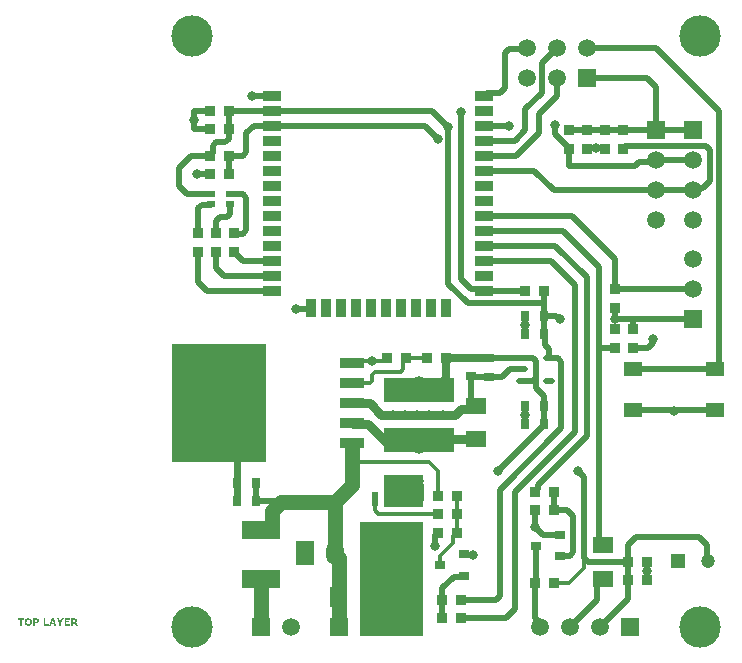
<source format=gtl>
G04*
G04 #@! TF.GenerationSoftware,Altium Limited,Altium Designer,21.6.4 (81)*
G04*
G04 Layer_Physical_Order=1*
G04 Layer_Color=255*
%FSLAX25Y25*%
%MOIN*%
G70*
G04*
G04 #@! TF.SameCoordinates,7C905695-A8D0-471C-AD1A-FFB52B7834A9*
G04*
G04*
G04 #@! TF.FilePolarity,Positive*
G04*
G01*
G75*
%ADD17R,0.03543X0.03799*%
%ADD18R,0.06102X0.05118*%
%ADD19R,0.03150X0.02165*%
%ADD20R,0.03799X0.03543*%
%ADD21R,0.02756X0.03543*%
%ADD22R,0.03937X0.01968*%
%ADD23O,0.03937X0.01968*%
%ADD24R,0.03543X0.02756*%
%ADD25R,0.05276X0.07087*%
%ADD26R,0.12598X0.05906*%
%ADD27R,0.07087X0.05276*%
%ADD28R,0.03543X0.03150*%
%ADD29R,0.05906X0.03543*%
%ADD30R,0.03543X0.05906*%
%ADD31R,0.17362X0.16142*%
%ADD32R,0.02362X0.05118*%
%ADD33R,0.23622X0.07874*%
%ADD34R,0.07874X0.03543*%
%ADD35R,0.31496X0.39370*%
%ADD64C,0.01968*%
%ADD65C,0.01181*%
%ADD66C,0.05118*%
%ADD67C,0.02756*%
%ADD68C,0.03150*%
%ADD69C,0.02362*%
%ADD70C,0.03937*%
%ADD71C,0.13780*%
%ADD72R,0.05906X0.05906*%
%ADD73C,0.05906*%
%ADD74C,0.04724*%
%ADD75R,0.04724X0.04724*%
%ADD76C,0.06000*%
%ADD77R,0.05906X0.05906*%
%ADD78R,0.05906X0.07874*%
%ADD79O,0.05906X0.07874*%
%ADD80C,0.03150*%
%ADD81C,0.03937*%
G36*
X-7500Y-97500D02*
X-28500D01*
Y-59500D01*
X-7500D01*
Y-97500D01*
D02*
G37*
G36*
Y-54500D02*
X-20500D01*
Y-44000D01*
X-7500D01*
Y-54500D01*
D02*
G37*
G36*
X-128312Y-93243D02*
Y-94152D01*
X-128918D01*
Y-93270D01*
X-129800Y-91798D01*
X-129112D01*
X-128601Y-92708D01*
X-128110Y-91798D01*
X-127444D01*
X-128312Y-93243D01*
D02*
G37*
G36*
X-123783Y-91801D02*
X-123725Y-91804D01*
X-123665Y-91809D01*
X-123603Y-91815D01*
X-123545Y-91823D01*
X-123540D01*
X-123532Y-91826D01*
X-123521Y-91828D01*
X-123491Y-91834D01*
X-123452Y-91845D01*
X-123412Y-91859D01*
X-123362Y-91878D01*
X-123313Y-91899D01*
X-123264Y-91927D01*
X-123261D01*
X-123259Y-91930D01*
X-123242Y-91940D01*
X-123218Y-91960D01*
X-123188Y-91981D01*
X-123155Y-92011D01*
X-123119Y-92047D01*
X-123087Y-92088D01*
X-123054Y-92132D01*
Y-92134D01*
X-123051Y-92137D01*
X-123046Y-92145D01*
X-123040Y-92153D01*
X-123029Y-92181D01*
X-123013Y-92219D01*
X-122999Y-92263D01*
X-122986Y-92317D01*
X-122977Y-92377D01*
X-122975Y-92445D01*
Y-92448D01*
Y-92456D01*
Y-92470D01*
X-122977Y-92489D01*
Y-92511D01*
X-122980Y-92538D01*
X-122986Y-92566D01*
X-122991Y-92596D01*
X-123005Y-92664D01*
X-123027Y-92735D01*
X-123057Y-92806D01*
X-123076Y-92839D01*
X-123098Y-92871D01*
Y-92874D01*
X-123103Y-92879D01*
X-123111Y-92888D01*
X-123119Y-92899D01*
X-123147Y-92929D01*
X-123185Y-92967D01*
X-123234Y-93010D01*
X-123294Y-93054D01*
X-123362Y-93101D01*
X-123442Y-93144D01*
X-122655Y-94152D01*
X-123398D01*
X-124037Y-93289D01*
X-124315D01*
Y-94152D01*
X-124921D01*
Y-91798D01*
X-123832D01*
X-123783Y-91801D01*
D02*
G37*
G36*
X-125429Y-92254D02*
X-126524D01*
Y-92658D01*
X-125508D01*
Y-93114D01*
X-126524D01*
Y-93696D01*
X-125429D01*
Y-94152D01*
X-127130D01*
Y-91798D01*
X-125429D01*
Y-92254D01*
D02*
G37*
G36*
X-129852Y-94152D02*
X-130480D01*
X-130643Y-93677D01*
X-131511D01*
X-131675Y-94152D01*
X-132287D01*
X-131419Y-91798D01*
X-130722D01*
X-129852Y-94152D01*
D02*
G37*
G36*
X-133480Y-93696D02*
X-132391D01*
Y-94152D01*
X-134086D01*
Y-91798D01*
X-133480D01*
Y-93696D01*
D02*
G37*
G36*
X-136486Y-91801D02*
X-136434Y-91804D01*
X-136374Y-91809D01*
X-136311Y-91815D01*
X-136248Y-91826D01*
X-136188Y-91839D01*
X-136185D01*
X-136180Y-91842D01*
X-136172D01*
X-136161Y-91848D01*
X-136133Y-91856D01*
X-136095Y-91867D01*
X-136054Y-91883D01*
X-136008Y-91905D01*
X-135961Y-91927D01*
X-135915Y-91954D01*
X-135912D01*
X-135909Y-91960D01*
X-135890Y-91970D01*
X-135866Y-91992D01*
X-135833Y-92020D01*
X-135800Y-92052D01*
X-135762Y-92093D01*
X-135727Y-92142D01*
X-135697Y-92194D01*
Y-92197D01*
X-135694Y-92200D01*
X-135688Y-92208D01*
X-135686Y-92219D01*
X-135678Y-92235D01*
X-135672Y-92252D01*
X-135658Y-92293D01*
X-135645Y-92342D01*
X-135631Y-92402D01*
X-135623Y-92467D01*
X-135620Y-92541D01*
Y-92544D01*
Y-92549D01*
Y-92557D01*
Y-92568D01*
X-135623Y-92582D01*
Y-92598D01*
X-135628Y-92639D01*
X-135634Y-92686D01*
X-135645Y-92740D01*
X-135658Y-92795D01*
X-135678Y-92852D01*
Y-92855D01*
X-135680Y-92858D01*
X-135683Y-92866D01*
X-135688Y-92877D01*
X-135699Y-92904D01*
X-135718Y-92940D01*
X-135740Y-92980D01*
X-135768Y-93022D01*
X-135800Y-93062D01*
X-135836Y-93103D01*
X-135839Y-93106D01*
X-135841Y-93109D01*
X-135849Y-93117D01*
X-135860Y-93125D01*
X-135888Y-93150D01*
X-135926Y-93182D01*
X-135972Y-93215D01*
X-136027Y-93251D01*
X-136087Y-93283D01*
X-136150Y-93314D01*
X-136153D01*
X-136158Y-93316D01*
X-136166Y-93319D01*
X-136180Y-93325D01*
X-136196Y-93330D01*
X-136218Y-93335D01*
X-136243Y-93344D01*
X-136267Y-93349D01*
X-136297Y-93354D01*
X-136330Y-93363D01*
X-136365Y-93368D01*
X-136404Y-93374D01*
X-136488Y-93382D01*
X-136581Y-93385D01*
X-136958D01*
Y-94152D01*
X-137564D01*
Y-91798D01*
X-136507D01*
X-136486Y-91801D01*
D02*
G37*
G36*
X-140679Y-92254D02*
X-141413D01*
Y-94152D01*
X-142019D01*
Y-92254D01*
X-142754D01*
Y-91798D01*
X-140679D01*
Y-92254D01*
D02*
G37*
G36*
X-139186Y-91752D02*
X-139147Y-91755D01*
X-139098Y-91760D01*
X-139044Y-91766D01*
X-138984Y-91777D01*
X-138918Y-91790D01*
X-138847Y-91809D01*
X-138776Y-91831D01*
X-138702Y-91856D01*
X-138629Y-91888D01*
X-138555Y-91927D01*
X-138484Y-91970D01*
X-138416Y-92022D01*
X-138353Y-92080D01*
X-138350Y-92082D01*
X-138339Y-92096D01*
X-138323Y-92115D01*
X-138301Y-92140D01*
X-138276Y-92172D01*
X-138249Y-92213D01*
X-138222Y-92263D01*
X-138189Y-92314D01*
X-138159Y-92377D01*
X-138132Y-92443D01*
X-138104Y-92516D01*
X-138080Y-92598D01*
X-138058Y-92683D01*
X-138042Y-92776D01*
X-138031Y-92874D01*
X-138028Y-92978D01*
Y-92980D01*
Y-92983D01*
Y-92991D01*
Y-93002D01*
X-138031Y-93032D01*
X-138033Y-93071D01*
X-138039Y-93117D01*
X-138044Y-93174D01*
X-138055Y-93234D01*
X-138069Y-93300D01*
X-138085Y-93371D01*
X-138107Y-93442D01*
X-138132Y-93518D01*
X-138164Y-93592D01*
X-138200Y-93666D01*
X-138244Y-93737D01*
X-138293Y-93805D01*
X-138350Y-93871D01*
X-138353Y-93873D01*
X-138364Y-93884D01*
X-138383Y-93901D01*
X-138410Y-93922D01*
X-138443Y-93947D01*
X-138481Y-93974D01*
X-138528Y-94004D01*
X-138582Y-94034D01*
X-138642Y-94067D01*
X-138708Y-94097D01*
X-138781Y-94124D01*
X-138861Y-94149D01*
X-138948Y-94171D01*
X-139038Y-94187D01*
X-139136Y-94198D01*
X-139240Y-94201D01*
X-139278D01*
X-139295Y-94198D01*
X-139333Y-94195D01*
X-139382Y-94190D01*
X-139437Y-94184D01*
X-139497Y-94174D01*
X-139565Y-94160D01*
X-139633Y-94141D01*
X-139707Y-94119D01*
X-139781Y-94094D01*
X-139854Y-94062D01*
X-139928Y-94023D01*
X-139999Y-93980D01*
X-140067Y-93928D01*
X-140130Y-93871D01*
X-140133Y-93868D01*
X-140144Y-93854D01*
X-140160Y-93835D01*
X-140179Y-93810D01*
X-140204Y-93778D01*
X-140231Y-93737D01*
X-140261Y-93690D01*
X-140288Y-93636D01*
X-140319Y-93576D01*
X-140348Y-93507D01*
X-140376Y-93434D01*
X-140400Y-93354D01*
X-140419Y-93270D01*
X-140436Y-93177D01*
X-140447Y-93081D01*
X-140450Y-92978D01*
Y-92975D01*
Y-92972D01*
Y-92964D01*
Y-92953D01*
Y-92940D01*
X-140447Y-92923D01*
X-140444Y-92885D01*
X-140439Y-92836D01*
X-140433Y-92781D01*
X-140422Y-92718D01*
X-140409Y-92653D01*
X-140392Y-92582D01*
X-140370Y-92508D01*
X-140346Y-92435D01*
X-140316Y-92358D01*
X-140278Y-92284D01*
X-140237Y-92213D01*
X-140187Y-92145D01*
X-140130Y-92080D01*
X-140127Y-92077D01*
X-140114Y-92066D01*
X-140097Y-92050D01*
X-140070Y-92028D01*
X-140037Y-92003D01*
X-139999Y-91976D01*
X-139953Y-91946D01*
X-139898Y-91913D01*
X-139838Y-91883D01*
X-139772Y-91853D01*
X-139699Y-91826D01*
X-139620Y-91801D01*
X-139532Y-91779D01*
X-139442Y-91763D01*
X-139344Y-91752D01*
X-139240Y-91749D01*
X-139216D01*
X-139186Y-91752D01*
D02*
G37*
%LPC*%
G36*
X-124023Y-92233D02*
X-124315D01*
Y-92863D01*
X-124080D01*
X-124048Y-92860D01*
X-124010D01*
X-123969Y-92858D01*
X-123930Y-92855D01*
X-123892Y-92849D01*
X-123887D01*
X-123876Y-92847D01*
X-123857Y-92841D01*
X-123835Y-92836D01*
X-123807Y-92828D01*
X-123780Y-92817D01*
X-123753Y-92803D01*
X-123728Y-92787D01*
X-123725Y-92784D01*
X-123717Y-92778D01*
X-123706Y-92768D01*
X-123693Y-92754D01*
X-123663Y-92721D01*
X-123649Y-92702D01*
X-123635Y-92680D01*
X-123633Y-92677D01*
X-123630Y-92669D01*
X-123625Y-92656D01*
X-123619Y-92637D01*
X-123614Y-92615D01*
X-123611Y-92587D01*
X-123605Y-92555D01*
Y-92519D01*
Y-92516D01*
Y-92506D01*
X-123608Y-92489D01*
X-123611Y-92467D01*
X-123614Y-92443D01*
X-123622Y-92418D01*
X-123630Y-92394D01*
X-123644Y-92369D01*
X-123646Y-92366D01*
X-123649Y-92358D01*
X-123660Y-92347D01*
X-123671Y-92334D01*
X-123690Y-92317D01*
X-123709Y-92301D01*
X-123737Y-92284D01*
X-123767Y-92271D01*
X-123769D01*
X-123777Y-92268D01*
X-123791Y-92263D01*
X-123807Y-92257D01*
X-123827Y-92252D01*
X-123851Y-92249D01*
X-123878Y-92243D01*
X-123908Y-92241D01*
X-123911D01*
X-123922Y-92238D01*
X-123941D01*
X-123963Y-92235D01*
X-123990D01*
X-124023Y-92233D01*
D02*
G37*
G36*
X-131077Y-92407D02*
X-131364Y-93245D01*
X-130788D01*
X-131077Y-92407D01*
D02*
G37*
G36*
X-136753Y-92238D02*
X-136958D01*
Y-92940D01*
X-136731D01*
X-136696Y-92937D01*
X-136655D01*
X-136614Y-92931D01*
X-136570Y-92929D01*
X-136532Y-92923D01*
X-136527D01*
X-136516Y-92921D01*
X-136496Y-92915D01*
X-136472Y-92907D01*
X-136447Y-92896D01*
X-136417Y-92882D01*
X-136390Y-92866D01*
X-136363Y-92847D01*
X-136360Y-92844D01*
X-136354Y-92839D01*
X-136344Y-92828D01*
X-136330Y-92811D01*
X-136316Y-92795D01*
X-136303Y-92773D01*
X-136289Y-92751D01*
X-136278Y-92727D01*
Y-92724D01*
X-136273Y-92713D01*
X-136270Y-92699D01*
X-136264Y-92677D01*
X-136259Y-92653D01*
X-136256Y-92623D01*
X-136251Y-92590D01*
Y-92555D01*
Y-92549D01*
Y-92538D01*
X-136253Y-92519D01*
X-136256Y-92497D01*
X-136264Y-92470D01*
X-136273Y-92443D01*
X-136286Y-92413D01*
X-136305Y-92385D01*
X-136308Y-92383D01*
X-136314Y-92374D01*
X-136327Y-92361D01*
X-136341Y-92347D01*
X-136360Y-92331D01*
X-136382Y-92312D01*
X-136406Y-92298D01*
X-136431Y-92284D01*
X-136436Y-92282D01*
X-136447Y-92279D01*
X-136467Y-92271D01*
X-136491Y-92265D01*
X-136518Y-92257D01*
X-136548Y-92252D01*
X-136584Y-92246D01*
X-136617Y-92243D01*
X-136633D01*
X-136652Y-92241D01*
X-136712D01*
X-136753Y-92238D01*
D02*
G37*
G36*
X-139240Y-92194D02*
X-139259D01*
X-139281Y-92197D01*
X-139311Y-92200D01*
X-139344Y-92205D01*
X-139379Y-92213D01*
X-139418Y-92224D01*
X-139456Y-92238D01*
X-139461Y-92241D01*
X-139472Y-92246D01*
X-139491Y-92257D01*
X-139516Y-92271D01*
X-139546Y-92290D01*
X-139576Y-92312D01*
X-139609Y-92339D01*
X-139641Y-92372D01*
X-139644Y-92374D01*
X-139655Y-92388D01*
X-139669Y-92407D01*
X-139688Y-92437D01*
X-139707Y-92470D01*
X-139729Y-92514D01*
X-139751Y-92563D01*
X-139770Y-92617D01*
Y-92620D01*
X-139772Y-92626D01*
X-139775Y-92634D01*
X-139778Y-92645D01*
X-139781Y-92658D01*
X-139786Y-92677D01*
X-139794Y-92721D01*
X-139803Y-92773D01*
X-139811Y-92836D01*
X-139816Y-92904D01*
X-139819Y-92978D01*
Y-92980D01*
Y-92986D01*
Y-92997D01*
Y-93013D01*
X-139816Y-93030D01*
Y-93051D01*
X-139813Y-93101D01*
X-139808Y-93158D01*
X-139800Y-93218D01*
X-139789Y-93278D01*
X-139772Y-93335D01*
Y-93338D01*
X-139770Y-93341D01*
X-139767Y-93349D01*
X-139764Y-93360D01*
X-139753Y-93387D01*
X-139737Y-93420D01*
X-139721Y-93458D01*
X-139699Y-93499D01*
X-139672Y-93537D01*
X-139644Y-93576D01*
X-139641Y-93578D01*
X-139630Y-93592D01*
X-139614Y-93608D01*
X-139592Y-93628D01*
X-139565Y-93649D01*
X-139535Y-93671D01*
X-139499Y-93693D01*
X-139461Y-93712D01*
X-139456Y-93715D01*
X-139442Y-93718D01*
X-139420Y-93726D01*
X-139393Y-93734D01*
X-139360Y-93742D01*
X-139322Y-93748D01*
X-139284Y-93753D01*
X-139240Y-93756D01*
X-139221D01*
X-139197Y-93753D01*
X-139169Y-93750D01*
X-139134Y-93745D01*
X-139098Y-93737D01*
X-139057Y-93726D01*
X-139019Y-93712D01*
X-139014Y-93709D01*
X-139000Y-93704D01*
X-138981Y-93693D01*
X-138956Y-93679D01*
X-138926Y-93658D01*
X-138896Y-93636D01*
X-138863Y-93606D01*
X-138833Y-93573D01*
X-138831Y-93568D01*
X-138820Y-93554D01*
X-138803Y-93532D01*
X-138784Y-93499D01*
X-138762Y-93464D01*
X-138741Y-93420D01*
X-138721Y-93371D01*
X-138702Y-93319D01*
Y-93316D01*
X-138700Y-93314D01*
X-138697Y-93305D01*
X-138694Y-93292D01*
X-138691Y-93278D01*
X-138689Y-93262D01*
X-138681Y-93221D01*
X-138672Y-93169D01*
X-138664Y-93111D01*
X-138661Y-93046D01*
X-138659Y-92975D01*
Y-92972D01*
Y-92967D01*
Y-92956D01*
Y-92940D01*
X-138661Y-92921D01*
Y-92901D01*
X-138664Y-92852D01*
X-138670Y-92795D01*
X-138681Y-92735D01*
X-138691Y-92675D01*
X-138708Y-92617D01*
Y-92615D01*
X-138710Y-92612D01*
X-138713Y-92604D01*
X-138716Y-92593D01*
X-138727Y-92566D01*
X-138743Y-92530D01*
X-138760Y-92492D01*
X-138781Y-92451D01*
X-138809Y-92413D01*
X-138836Y-92374D01*
X-138839Y-92369D01*
X-138850Y-92358D01*
X-138866Y-92342D01*
X-138888Y-92323D01*
X-138915Y-92301D01*
X-138948Y-92279D01*
X-138984Y-92257D01*
X-139022Y-92238D01*
X-139027Y-92235D01*
X-139041Y-92230D01*
X-139060Y-92224D01*
X-139087Y-92216D01*
X-139120Y-92208D01*
X-139158Y-92200D01*
X-139197Y-92197D01*
X-139240Y-92194D01*
D02*
G37*
%LPD*%
D17*
X62500Y4650D02*
D03*
Y-1650D02*
D03*
X-70500Y30350D02*
D03*
Y36650D02*
D03*
X-76500Y30350D02*
D03*
Y36650D02*
D03*
X-82500Y30350D02*
D03*
Y36650D02*
D03*
X56500Y18150D02*
D03*
Y11850D02*
D03*
Y4650D02*
D03*
Y-1650D02*
D03*
X59000Y64850D02*
D03*
Y71150D02*
D03*
X53000D02*
D03*
Y64850D02*
D03*
X47000Y71150D02*
D03*
Y64850D02*
D03*
X41000D02*
D03*
Y71150D02*
D03*
D18*
X62319Y-22390D02*
D03*
X89681Y-8610D02*
D03*
Y-22390D02*
D03*
X62319Y-8610D02*
D03*
D19*
X-71850Y46228D02*
D03*
Y49772D02*
D03*
X-78150D02*
D03*
Y46228D02*
D03*
D20*
X-78650Y56500D02*
D03*
X-72350D02*
D03*
X32650Y17500D02*
D03*
X26350D02*
D03*
X150Y-5000D02*
D03*
X-6150D02*
D03*
X-13350D02*
D03*
X-19650D02*
D03*
X3650Y-51000D02*
D03*
X-2650D02*
D03*
Y-57000D02*
D03*
X3650D02*
D03*
X-2650Y-63287D02*
D03*
X3650D02*
D03*
X-1150Y-85500D02*
D03*
X5150D02*
D03*
X-1150Y-91500D02*
D03*
X5150D02*
D03*
X-72350Y77500D02*
D03*
X-78650D02*
D03*
X-72350Y71500D02*
D03*
X-78650D02*
D03*
X-72350Y62500D02*
D03*
X-78650D02*
D03*
X29850Y-80000D02*
D03*
X36150D02*
D03*
Y-55500D02*
D03*
X29850D02*
D03*
X36150Y-49500D02*
D03*
X29850D02*
D03*
X60850Y-73000D02*
D03*
X67150D02*
D03*
X60850Y-79000D02*
D03*
X67150D02*
D03*
D21*
X32610Y9000D02*
D03*
X26390D02*
D03*
X32610Y3000D02*
D03*
X26390D02*
D03*
X32610Y-21000D02*
D03*
X26390D02*
D03*
X32610Y-27000D02*
D03*
X26390D02*
D03*
X-63390Y-46500D02*
D03*
X-69610D02*
D03*
X-63390Y-52500D02*
D03*
X-69610D02*
D03*
D22*
X25248Y-5000D02*
D03*
D23*
Y-8740D02*
D03*
Y-12480D02*
D03*
X34500Y-5000D02*
D03*
Y-12480D02*
D03*
D24*
X14500Y-5000D02*
D03*
Y-11220D02*
D03*
X8500Y-4890D02*
D03*
Y-11110D02*
D03*
D25*
X-24870Y-84500D02*
D03*
X-36130D02*
D03*
D26*
X-61500Y-62232D02*
D03*
Y-78768D02*
D03*
D27*
X10000Y-20870D02*
D03*
Y-32130D02*
D03*
X52500Y-67370D02*
D03*
Y-78630D02*
D03*
D28*
X5937Y-77543D02*
D03*
Y-70457D02*
D03*
X-1937Y-74000D02*
D03*
X30126Y-67543D02*
D03*
X38000Y-64000D02*
D03*
Y-71087D02*
D03*
D29*
X12827Y82500D02*
D03*
Y77500D02*
D03*
Y72500D02*
D03*
Y67500D02*
D03*
Y62500D02*
D03*
Y57500D02*
D03*
Y52500D02*
D03*
Y47500D02*
D03*
Y42500D02*
D03*
Y37500D02*
D03*
Y32500D02*
D03*
Y27500D02*
D03*
Y22500D02*
D03*
Y17500D02*
D03*
D03*
X-58000D02*
D03*
Y82500D02*
D03*
D03*
Y22500D02*
D03*
Y27500D02*
D03*
Y32500D02*
D03*
Y37500D02*
D03*
Y42500D02*
D03*
Y47500D02*
D03*
Y52500D02*
D03*
Y57500D02*
D03*
Y62500D02*
D03*
Y67500D02*
D03*
Y72500D02*
D03*
Y77500D02*
D03*
D30*
X-87Y11594D02*
D03*
X-5087D02*
D03*
X-10087D02*
D03*
X-15087D02*
D03*
X-20087D02*
D03*
X-25087D02*
D03*
X-30087D02*
D03*
X-35087D02*
D03*
X-40087D02*
D03*
X-45087D02*
D03*
D03*
D31*
X-16300Y-67600D02*
D03*
D32*
X-8800Y-51900D02*
D03*
X-13800D02*
D03*
X-18800D02*
D03*
X-23800D02*
D03*
D33*
X-9000Y-32268D02*
D03*
Y-15732D02*
D03*
D34*
X-31260Y-6713D02*
D03*
Y-13406D02*
D03*
Y-20098D02*
D03*
Y-26791D02*
D03*
X-31457Y-33386D02*
D03*
D35*
X-75748Y-20000D02*
D03*
D64*
X-50000Y11500D02*
X-45181D01*
X-45087Y11594D01*
X69000Y0D02*
Y1500D01*
X67350Y-1650D02*
X69000Y0D01*
X62500Y-1650D02*
X67350D01*
X62500Y8000D02*
X82500D01*
X56500D02*
X62500D01*
Y4650D02*
Y8000D01*
X75945Y-22445D02*
X76000Y-22500D01*
X62374Y-22445D02*
X75945D01*
X76055D02*
X89626D01*
X62319Y-22390D02*
X62374Y-22445D01*
X89626D02*
X89681Y-22390D01*
X76000Y-22500D02*
X76055Y-22445D01*
X62319Y-8610D02*
X89681D01*
X47000Y98500D02*
X70000Y98500D01*
X91181Y-7110D02*
Y77319D01*
X70000Y98500D02*
X91181Y77319D01*
X82500Y51000D02*
X83253Y51753D01*
X88000Y54000D02*
Y64384D01*
X83253Y51753D02*
X85753D01*
X88000Y54000D01*
X70000Y51000D02*
X82500D01*
X59687Y65537D02*
X86847D01*
X88000Y64384D01*
X841Y19659D02*
X7260Y13240D01*
X841Y19659D02*
Y72000D01*
X7260Y13240D02*
X32630D01*
X8432Y18068D02*
X12258D01*
X5000Y21500D02*
X8432Y18068D01*
X5000Y21500D02*
Y77000D01*
X12258Y18068D02*
X12827Y17500D01*
X26350D01*
X32630Y13240D02*
Y17480D01*
Y9000D02*
Y13240D01*
X-58000Y72500D02*
X-7000D01*
X-2500Y68000D01*
X-72350Y77500D02*
X-4659D01*
X841Y72000D01*
X-64000Y72500D02*
X-58000D01*
X47000Y98500D02*
X70000D01*
X32000Y83500D02*
Y93500D01*
X26500Y71000D02*
Y78000D01*
X32000Y83500D01*
X31000Y70000D02*
Y76500D01*
X37000Y82500D02*
Y88500D01*
X31000Y76500D02*
X37000Y82500D01*
X70000Y71150D02*
X82350D01*
X59000D02*
X70000D01*
X32630Y3020D02*
Y9000D01*
X47000Y88500D02*
X67000D01*
X23000Y67500D02*
X26500Y71000D01*
X12827Y67500D02*
X23000D01*
X32000Y93500D02*
X37000Y98500D01*
X21094Y98094D02*
X26594D01*
X27000Y98500D01*
X19680Y96680D02*
X21094Y98094D01*
X19680Y85000D02*
Y96680D01*
X17274Y-42730D02*
X32610Y-27394D01*
X44000Y-42500D02*
X46000Y-44500D01*
Y-71500D02*
Y-44500D01*
Y-71500D02*
X47500Y-73000D01*
X60850D01*
X-82500Y20500D02*
X-79500Y17500D01*
X-82500Y20500D02*
Y30350D01*
X-79500Y17500D02*
X-58000D01*
X-76500Y25000D02*
X-74000Y22500D01*
X-76500Y25000D02*
Y30350D01*
X-74000Y22500D02*
X-58000D01*
X-70500Y30222D02*
Y30350D01*
X-67778Y27500D02*
X-58000D01*
X-70500Y30222D02*
X-67778Y27500D01*
X-71850Y49772D02*
X-67772D01*
X-66500Y48500D01*
Y37653D02*
Y48500D01*
X-70350Y36500D02*
X-67653D01*
X-66500Y37653D01*
X-70500Y36650D02*
X-70350Y36500D01*
X-76500Y40847D02*
X-75347Y42000D01*
X-76500Y36650D02*
Y40847D01*
X-75347Y42000D02*
X-73004D01*
X-71850Y43153D01*
Y46228D01*
X-82500Y44977D02*
X-81347Y46130D01*
X-78248D01*
X-82500Y36650D02*
Y44977D01*
X-78248Y46130D02*
X-78150Y46228D01*
X-89000Y52500D02*
X-86272Y49772D01*
X-78150D01*
X-89000Y52500D02*
Y58500D01*
X-85000Y62500D01*
X-78650D01*
X87185Y-72185D02*
Y-67185D01*
Y-72185D02*
X87500Y-72500D01*
X84500Y-64500D02*
X87185Y-67185D01*
X63500Y-64500D02*
X84500D01*
X60850Y-67150D02*
X63500Y-64500D01*
X60850Y-73000D02*
Y-67150D01*
X-83000Y56500D02*
X-78650D01*
X-84000Y71500D02*
Y77500D01*
X56575Y18075D02*
X82425D01*
X56500Y18150D02*
X56575Y18075D01*
X82425D02*
X82500Y18000D01*
X42000Y42500D02*
X56500Y28000D01*
Y18150D02*
Y28000D01*
Y8000D02*
Y11850D01*
X51000Y-1500D02*
Y25500D01*
Y-67240D02*
Y-1500D01*
X51150Y-1650D02*
X56500D01*
X51000Y-1500D02*
X51150Y-1650D01*
X70000Y71150D02*
Y85500D01*
Y71000D02*
Y71150D01*
X67000Y88500D02*
X70000Y85500D01*
X36226Y69752D02*
Y72774D01*
Y69752D02*
X41000Y64978D01*
X23500Y62500D02*
X31000Y70000D01*
X12827Y62500D02*
X23500D01*
X41000Y59000D02*
Y64978D01*
X12827Y72500D02*
X21000D01*
X17968Y83287D02*
X19680Y85000D01*
X12827Y82500D02*
X13614Y83287D01*
X17968D01*
X36680Y9000D02*
X37680Y8000D01*
X38000D01*
X32630Y9000D02*
X36680D01*
X32610D02*
X32630D01*
X67150Y-79000D02*
Y-73000D01*
X5150Y-91500D02*
X20000D01*
X23000Y-88500D01*
X5150Y-85500D02*
X16847D01*
X23000Y-88500D02*
Y-49500D01*
X16847Y-85500D02*
X18000Y-84347D01*
Y-48868D01*
X32610Y-21000D02*
Y-17610D01*
Y-27000D02*
Y-21000D01*
Y-27394D02*
Y-27000D01*
X41347Y-70848D02*
X42500Y-69695D01*
X38000Y-71087D02*
X38238Y-70848D01*
X41347D01*
X42500Y-69695D02*
Y-57500D01*
X40500Y-55500D02*
X42500Y-57500D01*
X36150Y-55500D02*
X40500D01*
X36150D02*
Y-49500D01*
X29850Y-61350D02*
X32500Y-64000D01*
X38000D01*
X29850Y-61350D02*
Y-55500D01*
X50500Y-85500D02*
Y-79000D01*
X41500Y-94500D02*
X50500Y-85500D01*
X60850Y-85150D02*
Y-79000D01*
X51500Y-94500D02*
X60850Y-85150D01*
Y-79000D02*
Y-73000D01*
X29850Y-91785D02*
X31500Y-93435D01*
Y-94500D02*
Y-93435D01*
X29850Y-91785D02*
Y-80000D01*
X29988Y-67681D02*
X30126Y-67543D01*
X29988Y-79862D02*
Y-67681D01*
X29850Y-80000D02*
X29988Y-79862D01*
X32610Y3000D02*
X33004Y2606D01*
Y-504D02*
Y2606D01*
Y-504D02*
X34500Y-2000D01*
Y-5000D02*
Y-2000D01*
Y-5000D02*
X37347D01*
X38500Y-6153D01*
Y-28368D02*
Y-6153D01*
X18000Y-48868D02*
X38500Y-28368D01*
X23000Y-49500D02*
X43000Y-29500D01*
Y19500D01*
X30766Y-48713D02*
Y-47234D01*
X47000Y-31000D01*
Y22000D01*
X29850Y-49500D02*
X29978D01*
X30766Y-48713D01*
X35000Y27500D02*
X43000Y19500D01*
X50500Y-67740D02*
X51000Y-67240D01*
X5980Y-70500D02*
X9000D01*
X5937Y-70457D02*
X5980Y-70500D01*
X2654Y-77846D02*
X5635D01*
X5937Y-77543D01*
X-1150Y-81650D02*
X2654Y-77846D01*
X-1150Y-85500D02*
Y-81650D01*
Y-91500D02*
Y-85500D01*
X12827Y27500D02*
X35000D01*
X26390Y3000D02*
Y9000D01*
X32630Y17480D02*
X32650Y17500D01*
X32610Y3000D02*
X32630Y3020D01*
X30000Y-15000D02*
Y-11500D01*
Y-15000D02*
X32610Y-17610D01*
X26390Y-27000D02*
Y-21000D01*
X-3500Y-67500D02*
Y-64075D01*
X-2713Y-63287D01*
X-2650D01*
X18779Y-11220D02*
X21260Y-8740D01*
X14500Y-11220D02*
X18779D01*
X21260Y-8740D02*
X25248D01*
X29000Y-5000D02*
X30000Y-6000D01*
X25248Y-5000D02*
X29000D01*
X30000Y-11500D02*
Y-6000D01*
X29020Y-12480D02*
X30000Y-11500D01*
X25248Y-12480D02*
X29020D01*
X14500Y-5000D02*
X25248D01*
X-64500Y82500D02*
X-58000D01*
X-84000Y71500D02*
X-78650D01*
X-84000Y77500D02*
X-78650D01*
X-72350Y56500D02*
Y62500D01*
X-67653D01*
X-66500Y63653D01*
Y70000D01*
X-64000Y72500D01*
X-72350Y71500D02*
Y77500D01*
Y68153D02*
Y71500D01*
X-76500Y67000D02*
X-73504D01*
X-72350Y68153D01*
X-77734Y65766D02*
X-76500Y67000D01*
X-77734Y63287D02*
Y65766D01*
X36500Y32500D02*
X47000Y22000D01*
X12827Y32500D02*
X36500D01*
X39000Y37500D02*
X51000Y25500D01*
X12827Y37500D02*
X39000D01*
X12827Y42500D02*
X42000D01*
X41000Y59000D02*
X63000D01*
X59000Y64850D02*
X59687Y65537D01*
X53000Y71150D02*
X59000D01*
X47000D02*
X53000D01*
X41000D02*
X47000D01*
X82350D02*
X82500Y71000D01*
X36000Y51000D02*
X70000D01*
X29500Y57500D02*
X36000Y51000D01*
X12827Y57500D02*
X29500D01*
X63000Y59000D02*
X64247Y60247D01*
X69247D02*
X70000Y61000D01*
X64247Y60247D02*
X69247D01*
X70000Y61000D02*
X82500D01*
X8555Y-11165D02*
X14445D01*
X8500Y-19370D02*
Y-11110D01*
X-63390Y-52500D02*
Y-46500D01*
X-55363Y-52500D02*
X-54863Y-53000D01*
X-63390Y-52500D02*
X-55363D01*
D65*
X-31457Y-39500D02*
X-5799D01*
X-2650Y-42650D01*
X41000Y-80000D02*
X46000Y-75000D01*
Y-71500D01*
X36150Y-80000D02*
X41000D01*
X36150D02*
X36500Y-80350D01*
X47000Y64850D02*
X53000D01*
X14445Y-11165D02*
X14500Y-11220D01*
X8500Y-11110D02*
X8555Y-11165D01*
X8500Y-19370D02*
X10000Y-20870D01*
X-31260Y-6713D02*
X-30547Y-6000D01*
X-20650D01*
X-19650Y-5000D01*
X-13350D02*
X-6150D01*
X-15000Y-9500D02*
X-14308Y-8808D01*
Y-5958D02*
X-13350Y-5000D01*
X-14308Y-8808D02*
Y-5958D01*
X-23500Y-9500D02*
X-15000D01*
X-24500Y-10500D02*
X-23500Y-9500D01*
X-24500Y-12500D02*
Y-10500D01*
X-25405Y-13406D02*
X-24500Y-12500D01*
X-31260Y-13406D02*
X-25405D01*
X-75748Y-20000D02*
X-69610Y-26138D01*
X-1937Y-70937D02*
X2341Y-66659D01*
X-1937Y-74000D02*
Y-70937D01*
X2341Y-66659D02*
Y-64468D01*
X3522Y-63287D02*
X3650D01*
X2341Y-64468D02*
X3522Y-63287D01*
X-2650Y-51000D02*
Y-42650D01*
X3650Y-57000D02*
Y-51000D01*
Y-63287D02*
Y-57000D01*
X-23800Y-55700D02*
X-22500Y-57000D01*
X-2650D01*
X-23800Y-55700D02*
Y-51900D01*
X-14000Y-46000D02*
X-13800Y-46200D01*
D66*
X-31457Y-47457D02*
Y-39500D01*
Y-34500D01*
X-35500Y-94500D02*
Y-84500D01*
Y-71500D01*
X-61500Y-94500D02*
Y-78768D01*
X-37000Y-53000D02*
X-31457Y-47457D01*
X-37000Y-70000D02*
Y-53000D01*
X-57861Y-61839D02*
Y-55998D01*
X-54863Y-53000D02*
X-37000D01*
X-57861Y-55998D02*
X-54863Y-53000D01*
X-58255Y-62232D02*
X-57861Y-61839D01*
X-61500Y-62232D02*
X-58255D01*
X-37000Y-70000D02*
X-35500Y-71500D01*
X-24870Y-84500D02*
X-18606D01*
X-16300Y-82194D02*
Y-67600D01*
X-18606Y-84500D02*
X-16300Y-82194D01*
D67*
X150Y-5000D02*
X14500D01*
X-8379Y-13379D02*
X-1465D01*
X150Y-11765D02*
Y-5000D01*
X-1465Y-13379D02*
X150Y-11765D01*
X-9000Y-14000D02*
X-8379Y-13379D01*
D68*
X3000Y-24000D02*
X5067Y-21933D01*
X8937D02*
X10000Y-20870D01*
X5067Y-21933D02*
X8937D01*
X-21500Y-24000D02*
X3000D01*
X-25402Y-20098D02*
X-21500Y-24000D01*
X-31260Y-20098D02*
X-25402D01*
X-8229Y-34000D02*
X-6359Y-32130D01*
X-19000Y-34000D02*
X-9000D01*
X-8229D01*
X-6359Y-32130D02*
X10000D01*
X-26012Y-26988D02*
X-19000Y-34000D01*
X-31260Y-26791D02*
X-31063Y-26988D01*
X-26012D01*
D69*
X-69610Y-46500D02*
Y-26138D01*
Y-52500D02*
Y-46500D01*
X-14000Y-46000D02*
X-10000D01*
X-18000D02*
X-14000D01*
X-13800Y-51900D02*
Y-46200D01*
X-10000Y-46000D02*
X-8800Y-47200D01*
Y-51900D02*
Y-47200D01*
X-18800Y-46800D02*
X-18000Y-46000D01*
X-18800Y-51900D02*
Y-46800D01*
D70*
X-25185Y-94185D02*
Y-84815D01*
X-25500Y-94500D02*
X-25185Y-94185D01*
D71*
X-84646Y102362D02*
D03*
Y-94488D02*
D03*
X84646D02*
D03*
Y102362D02*
D03*
D72*
X47000Y88500D02*
D03*
X-35500Y-94500D02*
D03*
X-61500D02*
D03*
X61500D02*
D03*
D73*
X47000Y98500D02*
D03*
X37000Y88500D02*
D03*
Y98500D02*
D03*
X27000Y88500D02*
D03*
Y98500D02*
D03*
X82500Y28000D02*
D03*
Y18000D02*
D03*
X-25500Y-94500D02*
D03*
X-51500D02*
D03*
X51500D02*
D03*
X41500D02*
D03*
X31500D02*
D03*
X82500Y61000D02*
D03*
Y51000D02*
D03*
Y41000D02*
D03*
X70000Y61000D02*
D03*
Y51000D02*
D03*
Y41000D02*
D03*
D74*
X87500Y-72500D02*
D03*
D75*
X77500D02*
D03*
D76*
X-9000Y-34000D02*
D03*
Y-14000D02*
D03*
D77*
X82500Y8000D02*
D03*
Y71000D02*
D03*
X70000D02*
D03*
D78*
X-47000Y-70000D02*
D03*
D79*
X-37000D02*
D03*
D80*
X69000Y1500D02*
D03*
X76000Y-22500D02*
D03*
X5000Y77000D02*
D03*
X841Y72000D02*
D03*
X-2500Y68000D02*
D03*
X17500Y-42500D02*
D03*
X44000D02*
D03*
X-83000Y56500D02*
D03*
X-84000Y74500D02*
D03*
X56500Y8000D02*
D03*
X36226Y72774D02*
D03*
X21000Y72500D02*
D03*
X50000Y65000D02*
D03*
X-70500Y-15000D02*
D03*
Y-20000D02*
D03*
Y-25000D02*
D03*
X-75748D02*
D03*
Y-15000D02*
D03*
Y-20000D02*
D03*
X-24500Y-6000D02*
D03*
X-1000Y-24000D02*
D03*
X-5500D02*
D03*
X-9500D02*
D03*
X-13500D02*
D03*
X-17500D02*
D03*
X38000Y8000D02*
D03*
X67150Y-76000D02*
D03*
X29850Y-61350D02*
D03*
X-64500Y82500D02*
D03*
X-50000Y11500D02*
D03*
X9000Y-70500D02*
D03*
X26390Y6000D02*
D03*
Y-24000D02*
D03*
X-3500Y-67500D02*
D03*
D81*
X-18500Y-52000D02*
D03*
X-14000D02*
D03*
X-9500D02*
D03*
X-9400Y-46100D02*
D03*
X-13900D02*
D03*
X-18400D02*
D03*
M02*

</source>
